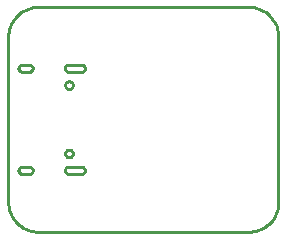
<source format=gbr>
G04 EAGLE Gerber RS-274X export*
G75*
%MOMM*%
%FSLAX34Y34*%
%LPD*%
%IN*%
%IPPOS*%
%AMOC8*
5,1,8,0,0,1.08239X$1,22.5*%
G01*
%ADD10C,0.254000*%


D10*
X0Y25400D02*
X97Y23186D01*
X386Y20989D01*
X865Y18826D01*
X1532Y16713D01*
X2380Y14666D01*
X3403Y12700D01*
X4594Y10831D01*
X5942Y9073D01*
X7440Y7440D01*
X9073Y5942D01*
X10831Y4594D01*
X12700Y3403D01*
X14666Y2380D01*
X16713Y1532D01*
X18826Y865D01*
X20989Y386D01*
X23186Y97D01*
X25400Y0D01*
X203200Y0D01*
X205361Y39D01*
X207510Y266D01*
X209631Y679D01*
X211708Y1276D01*
X213726Y2052D01*
X215668Y3000D01*
X217520Y4114D01*
X219267Y5386D01*
X220898Y6804D01*
X222398Y8360D01*
X223757Y10040D01*
X224965Y11833D01*
X226011Y13723D01*
X226889Y15698D01*
X227592Y17742D01*
X228114Y19839D01*
X228450Y21974D01*
X228600Y24130D01*
X228600Y165100D01*
X228503Y167314D01*
X228214Y169511D01*
X227735Y171674D01*
X227068Y173787D01*
X226220Y175835D01*
X225197Y177800D01*
X224006Y179669D01*
X222658Y181427D01*
X221161Y183061D01*
X219527Y184558D01*
X217769Y185906D01*
X215900Y187097D01*
X213935Y188120D01*
X211887Y188968D01*
X209774Y189635D01*
X207611Y190114D01*
X205414Y190403D01*
X203200Y190500D01*
X25400Y190500D01*
X23186Y190403D01*
X20989Y190114D01*
X18826Y189635D01*
X16713Y188968D01*
X14666Y188120D01*
X12700Y187097D01*
X10831Y185906D01*
X9073Y184558D01*
X7440Y183061D01*
X5942Y181427D01*
X4594Y179669D01*
X3403Y177800D01*
X2380Y175835D01*
X1532Y173787D01*
X865Y171674D01*
X386Y169511D01*
X97Y167314D01*
X0Y165100D01*
X0Y25400D01*
X47870Y138450D02*
X47881Y138189D01*
X47916Y137929D01*
X47972Y137674D01*
X48051Y137424D01*
X48151Y137182D01*
X48272Y136950D01*
X48413Y136729D01*
X48572Y136522D01*
X48749Y136329D01*
X48942Y136152D01*
X49149Y135993D01*
X49370Y135852D01*
X49602Y135731D01*
X49844Y135631D01*
X50094Y135552D01*
X50349Y135496D01*
X50609Y135461D01*
X50870Y135450D01*
X61870Y135450D01*
X62131Y135461D01*
X62391Y135496D01*
X62646Y135552D01*
X62896Y135631D01*
X63138Y135731D01*
X63370Y135852D01*
X63591Y135993D01*
X63798Y136152D01*
X63991Y136329D01*
X64168Y136522D01*
X64327Y136729D01*
X64468Y136950D01*
X64589Y137182D01*
X64689Y137424D01*
X64768Y137674D01*
X64824Y137929D01*
X64859Y138189D01*
X64870Y138450D01*
X64859Y138711D01*
X64824Y138971D01*
X64768Y139226D01*
X64689Y139476D01*
X64589Y139718D01*
X64468Y139950D01*
X64327Y140171D01*
X64168Y140378D01*
X63991Y140571D01*
X63798Y140748D01*
X63591Y140907D01*
X63370Y141048D01*
X63138Y141169D01*
X62896Y141269D01*
X62646Y141348D01*
X62391Y141404D01*
X62131Y141439D01*
X61870Y141450D01*
X50870Y141450D01*
X50609Y141439D01*
X50349Y141404D01*
X50094Y141348D01*
X49844Y141269D01*
X49602Y141169D01*
X49370Y141048D01*
X49149Y140907D01*
X48942Y140748D01*
X48749Y140571D01*
X48572Y140378D01*
X48413Y140171D01*
X48272Y139950D01*
X48151Y139718D01*
X48051Y139476D01*
X47972Y139226D01*
X47916Y138971D01*
X47881Y138711D01*
X47870Y138450D01*
X47870Y52050D02*
X47881Y51789D01*
X47916Y51529D01*
X47972Y51274D01*
X48051Y51024D01*
X48151Y50782D01*
X48272Y50550D01*
X48413Y50329D01*
X48572Y50122D01*
X48749Y49929D01*
X48942Y49752D01*
X49149Y49593D01*
X49370Y49452D01*
X49602Y49331D01*
X49844Y49231D01*
X50094Y49152D01*
X50349Y49096D01*
X50609Y49061D01*
X50870Y49050D01*
X61870Y49050D01*
X62131Y49061D01*
X62391Y49096D01*
X62646Y49152D01*
X62896Y49231D01*
X63138Y49331D01*
X63370Y49452D01*
X63591Y49593D01*
X63798Y49752D01*
X63991Y49929D01*
X64168Y50122D01*
X64327Y50329D01*
X64468Y50550D01*
X64589Y50782D01*
X64689Y51024D01*
X64768Y51274D01*
X64824Y51529D01*
X64859Y51789D01*
X64870Y52050D01*
X64859Y52311D01*
X64824Y52571D01*
X64768Y52826D01*
X64689Y53076D01*
X64589Y53318D01*
X64468Y53550D01*
X64327Y53771D01*
X64168Y53978D01*
X63991Y54171D01*
X63798Y54348D01*
X63591Y54507D01*
X63370Y54648D01*
X63138Y54769D01*
X62896Y54869D01*
X62646Y54948D01*
X62391Y55004D01*
X62131Y55039D01*
X61870Y55050D01*
X50870Y55050D01*
X50609Y55039D01*
X50349Y55004D01*
X50094Y54948D01*
X49844Y54869D01*
X49602Y54769D01*
X49370Y54648D01*
X49149Y54507D01*
X48942Y54348D01*
X48749Y54171D01*
X48572Y53978D01*
X48413Y53771D01*
X48272Y53550D01*
X48151Y53318D01*
X48051Y53076D01*
X47972Y52826D01*
X47916Y52571D01*
X47881Y52311D01*
X47870Y52050D01*
X8570Y52050D02*
X8581Y51789D01*
X8616Y51529D01*
X8672Y51274D01*
X8751Y51024D01*
X8851Y50782D01*
X8972Y50550D01*
X9113Y50329D01*
X9272Y50122D01*
X9449Y49929D01*
X9642Y49752D01*
X9849Y49593D01*
X10070Y49452D01*
X10302Y49331D01*
X10544Y49231D01*
X10794Y49152D01*
X11049Y49096D01*
X11309Y49061D01*
X11570Y49050D01*
X17570Y49050D01*
X17831Y49061D01*
X18091Y49096D01*
X18346Y49152D01*
X18596Y49231D01*
X18838Y49331D01*
X19070Y49452D01*
X19291Y49593D01*
X19498Y49752D01*
X19691Y49929D01*
X19868Y50122D01*
X20027Y50329D01*
X20168Y50550D01*
X20289Y50782D01*
X20389Y51024D01*
X20468Y51274D01*
X20524Y51529D01*
X20559Y51789D01*
X20570Y52050D01*
X20559Y52311D01*
X20524Y52571D01*
X20468Y52826D01*
X20389Y53076D01*
X20289Y53318D01*
X20168Y53550D01*
X20027Y53771D01*
X19868Y53978D01*
X19691Y54171D01*
X19498Y54348D01*
X19291Y54507D01*
X19070Y54648D01*
X18838Y54769D01*
X18596Y54869D01*
X18346Y54948D01*
X18091Y55004D01*
X17831Y55039D01*
X17570Y55050D01*
X11570Y55050D01*
X11309Y55039D01*
X11049Y55004D01*
X10794Y54948D01*
X10544Y54869D01*
X10302Y54769D01*
X10070Y54648D01*
X9849Y54507D01*
X9642Y54348D01*
X9449Y54171D01*
X9272Y53978D01*
X9113Y53771D01*
X8972Y53550D01*
X8851Y53318D01*
X8751Y53076D01*
X8672Y52826D01*
X8616Y52571D01*
X8581Y52311D01*
X8570Y52050D01*
X8570Y138450D02*
X8581Y138189D01*
X8616Y137929D01*
X8672Y137674D01*
X8751Y137424D01*
X8851Y137182D01*
X8972Y136950D01*
X9113Y136729D01*
X9272Y136522D01*
X9449Y136329D01*
X9642Y136152D01*
X9849Y135993D01*
X10070Y135852D01*
X10302Y135731D01*
X10544Y135631D01*
X10794Y135552D01*
X11049Y135496D01*
X11309Y135461D01*
X11570Y135450D01*
X17570Y135450D01*
X17831Y135461D01*
X18091Y135496D01*
X18346Y135552D01*
X18596Y135631D01*
X18838Y135731D01*
X19070Y135852D01*
X19291Y135993D01*
X19498Y136152D01*
X19691Y136329D01*
X19868Y136522D01*
X20027Y136729D01*
X20168Y136950D01*
X20289Y137182D01*
X20389Y137424D01*
X20468Y137674D01*
X20524Y137929D01*
X20559Y138189D01*
X20570Y138450D01*
X20559Y138711D01*
X20524Y138971D01*
X20468Y139226D01*
X20389Y139476D01*
X20289Y139718D01*
X20168Y139950D01*
X20027Y140171D01*
X19868Y140378D01*
X19691Y140571D01*
X19498Y140748D01*
X19291Y140907D01*
X19070Y141048D01*
X18838Y141169D01*
X18596Y141269D01*
X18346Y141348D01*
X18091Y141404D01*
X17831Y141439D01*
X17570Y141450D01*
X11570Y141450D01*
X11309Y141439D01*
X11049Y141404D01*
X10794Y141348D01*
X10544Y141269D01*
X10302Y141169D01*
X10070Y141048D01*
X9849Y140907D01*
X9642Y140748D01*
X9449Y140571D01*
X9272Y140378D01*
X9113Y140171D01*
X8972Y139950D01*
X8851Y139718D01*
X8751Y139476D01*
X8672Y139226D01*
X8616Y138971D01*
X8581Y138711D01*
X8570Y138450D01*
X51157Y63100D02*
X50735Y63156D01*
X50323Y63266D01*
X49929Y63429D01*
X49561Y63642D01*
X49223Y63901D01*
X48921Y64203D01*
X48662Y64541D01*
X48449Y64909D01*
X48286Y65303D01*
X48176Y65715D01*
X48120Y66137D01*
X48120Y66563D01*
X48176Y66985D01*
X48286Y67397D01*
X48449Y67791D01*
X48662Y68159D01*
X48921Y68497D01*
X49223Y68799D01*
X49561Y69058D01*
X49929Y69271D01*
X50323Y69434D01*
X50735Y69544D01*
X51157Y69600D01*
X51583Y69600D01*
X52005Y69544D01*
X52417Y69434D01*
X52811Y69271D01*
X53179Y69058D01*
X53517Y68799D01*
X53819Y68497D01*
X54078Y68159D01*
X54291Y67791D01*
X54454Y67397D01*
X54564Y66985D01*
X54620Y66563D01*
X54620Y66137D01*
X54564Y65715D01*
X54454Y65303D01*
X54291Y64909D01*
X54078Y64541D01*
X53819Y64203D01*
X53517Y63901D01*
X53179Y63642D01*
X52811Y63429D01*
X52417Y63266D01*
X52005Y63156D01*
X51583Y63100D01*
X51157Y63100D01*
X51157Y120900D02*
X50735Y120956D01*
X50323Y121066D01*
X49929Y121229D01*
X49561Y121442D01*
X49223Y121701D01*
X48921Y122003D01*
X48662Y122341D01*
X48449Y122709D01*
X48286Y123103D01*
X48176Y123515D01*
X48120Y123937D01*
X48120Y124363D01*
X48176Y124785D01*
X48286Y125197D01*
X48449Y125591D01*
X48662Y125959D01*
X48921Y126297D01*
X49223Y126599D01*
X49561Y126858D01*
X49929Y127071D01*
X50323Y127234D01*
X50735Y127344D01*
X51157Y127400D01*
X51583Y127400D01*
X52005Y127344D01*
X52417Y127234D01*
X52811Y127071D01*
X53179Y126858D01*
X53517Y126599D01*
X53819Y126297D01*
X54078Y125959D01*
X54291Y125591D01*
X54454Y125197D01*
X54564Y124785D01*
X54620Y124363D01*
X54620Y123937D01*
X54564Y123515D01*
X54454Y123103D01*
X54291Y122709D01*
X54078Y122341D01*
X53819Y122003D01*
X53517Y121701D01*
X53179Y121442D01*
X52811Y121229D01*
X52417Y121066D01*
X52005Y120956D01*
X51583Y120900D01*
X51157Y120900D01*
M02*

</source>
